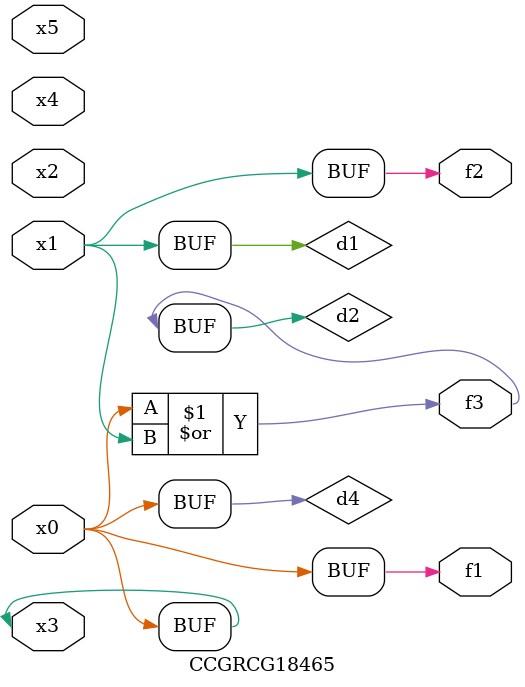
<source format=v>
module CCGRCG18465(
	input x0, x1, x2, x3, x4, x5,
	output f1, f2, f3
);

	wire d1, d2, d3, d4;

	and (d1, x1);
	or (d2, x0, x1);
	nand (d3, x0, x5);
	buf (d4, x0, x3);
	assign f1 = d4;
	assign f2 = d1;
	assign f3 = d2;
endmodule

</source>
